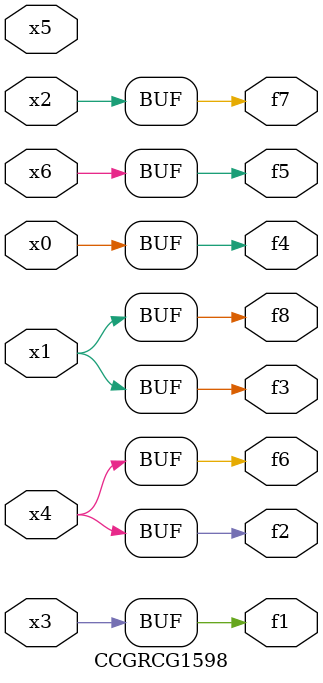
<source format=v>
module CCGRCG1598(
	input x0, x1, x2, x3, x4, x5, x6,
	output f1, f2, f3, f4, f5, f6, f7, f8
);
	assign f1 = x3;
	assign f2 = x4;
	assign f3 = x1;
	assign f4 = x0;
	assign f5 = x6;
	assign f6 = x4;
	assign f7 = x2;
	assign f8 = x1;
endmodule

</source>
